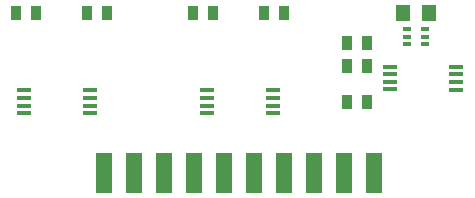
<source format=gbs>
G04 #@! TF.FileFunction,Soldermask,Bot*
%FSLAX46Y46*%
G04 Gerber Fmt 4.6, Leading zero omitted, Abs format (unit mm)*
G04 Created by KiCad (PCBNEW (2015-11-11 BZR 6310, Git 8f79b4f)-product) date 2015-11-18 1:22:02 PM*
%MOMM*%
G01*
G04 APERTURE LIST*
%ADD10C,0.150000*%
%ADD11R,1.350000X3.500000*%
%ADD12R,0.797560X0.398780*%
%ADD13R,1.143000X1.397000*%
%ADD14R,1.300480X0.299720*%
%ADD15R,0.812800X1.143000*%
G04 APERTURE END LIST*
D10*
D11*
X106570000Y-99000000D03*
X109110000Y-99000000D03*
X111650000Y-99000000D03*
X114190000Y-99000000D03*
X116730000Y-99000000D03*
X119270000Y-99000000D03*
X121810000Y-99000000D03*
X124350000Y-99000000D03*
X126890000Y-99000000D03*
X129430000Y-99000000D03*
D12*
X132202440Y-88147700D03*
X132202440Y-87500000D03*
X132202440Y-86852300D03*
X133797560Y-86852300D03*
X133797560Y-87500000D03*
X133797560Y-88147700D03*
D13*
X134079500Y-85500000D03*
X131920500Y-85500000D03*
D14*
X99806000Y-93955400D03*
X99806000Y-93320400D03*
X99806000Y-92660000D03*
X99806000Y-92025000D03*
X105394000Y-92025000D03*
X105394000Y-92672700D03*
X105394000Y-93320400D03*
X105394000Y-93968100D03*
X115306000Y-93955400D03*
X115306000Y-93320400D03*
X115306000Y-92660000D03*
X115306000Y-92025000D03*
X120894000Y-92025000D03*
X120894000Y-92672700D03*
X120894000Y-93320400D03*
X120894000Y-93968100D03*
X130806000Y-91955400D03*
X130806000Y-91320400D03*
X130806000Y-90660000D03*
X130806000Y-90025000D03*
X136394000Y-90025000D03*
X136394000Y-90672700D03*
X136394000Y-91320400D03*
X136394000Y-91968100D03*
D15*
X127149100Y-90000000D03*
X128850900Y-90000000D03*
X120149100Y-85500000D03*
X121850900Y-85500000D03*
X115850900Y-85500000D03*
X114149100Y-85500000D03*
X105149100Y-85500000D03*
X106850900Y-85500000D03*
X100850900Y-85500000D03*
X99149100Y-85500000D03*
X128850900Y-88000000D03*
X127149100Y-88000000D03*
X128850900Y-93000000D03*
X127149100Y-93000000D03*
M02*

</source>
